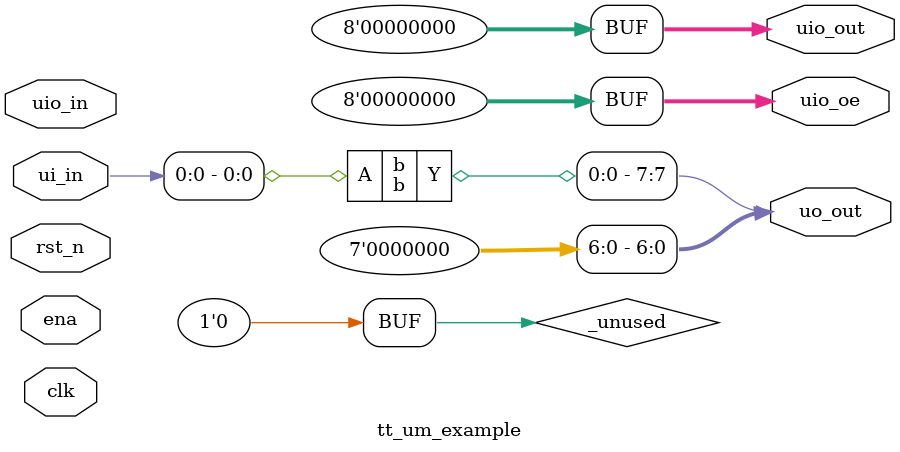
<source format=v>
/*
 * Copyright (c) 2024 Your Name
 * SPDX-License-Identifier: Apache-2.0
 */

`default_nettype none

module b(input wire A, output wire Y);
`ifdef COCOTB_SIM
    assign Y = ~A;
`else
    sky130_fd_sc_hd__inv_1 i(.A(A),.Y(Y));
`endif
endmodule

module tt_um_example (
    input  wire [7:0] ui_in,    // Dedicated inputs
    output wire [7:0] uo_out,   // Dedicated outputs
    input  wire [7:0] uio_in,   // IOs: Input path
    output wire [7:0] uio_out,  // IOs: Output path
    output wire [7:0] uio_oe,   // IOs: Enable path (active high: 0=input, 1=output)
    input  wire       ena,      // always 1 when the design is powered, so you can ignore it
    input  wire       clk,      // clock
    input  wire       rst_n     // reset_n - low to reset
);

  // All output pins must be assigned. If not used, assign to 0.
    b b(.A(ui_in[0]),.Y(uo_out[7]));
        
  assign uo_out[6:0]  = 7'd0;  
  assign uio_out = 0;
  assign uio_oe  = 0;

  // List all unused inputs to prevent warnings
  wire _unused = &{ena, clk, rst_n, 1'b0};

endmodule

</source>
